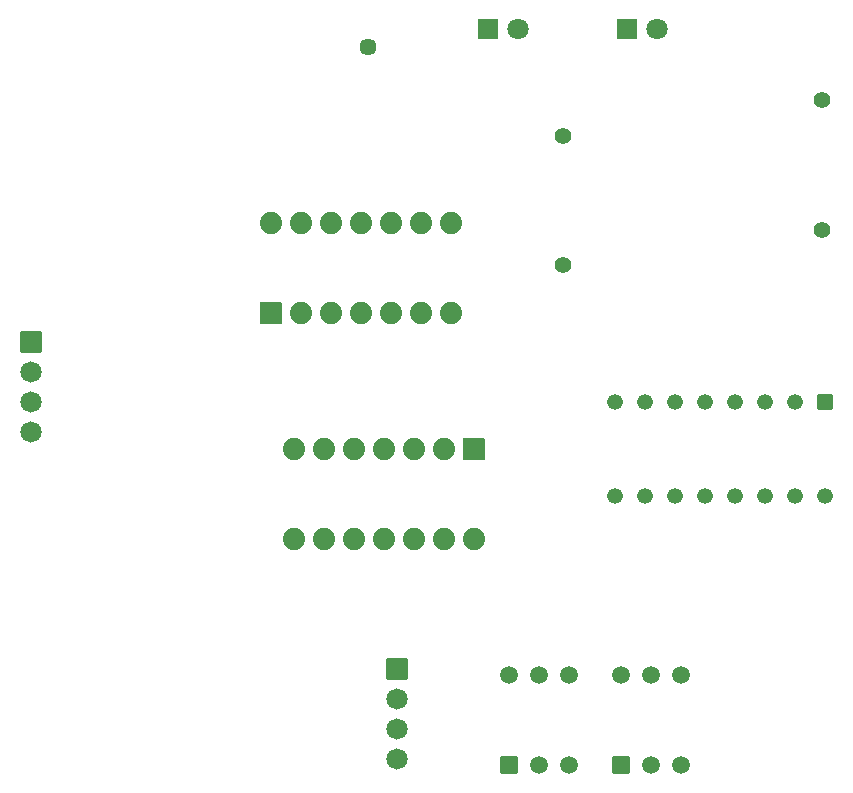
<source format=gbr>
%TF.GenerationSoftware,KiCad,Pcbnew,8.0.1*%
%TF.CreationDate,2024-07-08T16:56:34+05:30*%
%TF.ProjectId,FA,46412e6b-6963-4616-945f-706362585858,rev?*%
%TF.SameCoordinates,Original*%
%TF.FileFunction,Soldermask,Bot*%
%TF.FilePolarity,Negative*%
%FSLAX46Y46*%
G04 Gerber Fmt 4.6, Leading zero omitted, Abs format (unit mm)*
G04 Created by KiCad (PCBNEW 8.0.1) date 2024-07-08 16:56:34*
%MOMM*%
%LPD*%
G01*
G04 APERTURE LIST*
G04 Aperture macros list*
%AMRoundRect*
0 Rectangle with rounded corners*
0 $1 Rounding radius*
0 $2 $3 $4 $5 $6 $7 $8 $9 X,Y pos of 4 corners*
0 Add a 4 corners polygon primitive as box body*
4,1,4,$2,$3,$4,$5,$6,$7,$8,$9,$2,$3,0*
0 Add four circle primitives for the rounded corners*
1,1,$1+$1,$2,$3*
1,1,$1+$1,$4,$5*
1,1,$1+$1,$6,$7*
1,1,$1+$1,$8,$9*
0 Add four rect primitives between the rounded corners*
20,1,$1+$1,$2,$3,$4,$5,0*
20,1,$1+$1,$4,$5,$6,$7,0*
20,1,$1+$1,$6,$7,$8,$9,0*
20,1,$1+$1,$8,$9,$2,$3,0*%
G04 Aperture macros list end*
%ADD10RoundRect,0.102000X0.654000X-0.654000X0.654000X0.654000X-0.654000X0.654000X-0.654000X-0.654000X0*%
%ADD11C,1.512000*%
%ADD12RoundRect,0.102000X-0.802500X0.802500X-0.802500X-0.802500X0.802500X-0.802500X0.802500X0.802500X0*%
%ADD13C,1.809000*%
%ADD14RoundRect,0.102000X-0.838200X0.838200X-0.838200X-0.838200X0.838200X-0.838200X0.838200X0.838200X0*%
%ADD15C,1.880400*%
%ADD16C,1.334000*%
%ADD17RoundRect,0.102000X-0.565000X0.565000X-0.565000X-0.565000X0.565000X-0.565000X0.565000X0.565000X0*%
%ADD18RoundRect,0.102000X0.838200X-0.838200X0.838200X0.838200X-0.838200X0.838200X-0.838200X-0.838200X0*%
%ADD19C,1.404000*%
%ADD20C,1.444000*%
%ADD21R,1.800000X1.800000*%
%ADD22C,1.800000*%
G04 APERTURE END LIST*
D10*
%TO.C,S1*%
X138960000Y-139810000D03*
D11*
X138960000Y-132190000D03*
X141500000Y-139810000D03*
X141500000Y-132190000D03*
X144040000Y-132190000D03*
X144040000Y-139810000D03*
%TD*%
D12*
%TO.C,J2*%
X129500000Y-131690000D03*
D13*
X129500000Y-134230000D03*
X129500000Y-136770000D03*
X129500000Y-139310000D03*
%TD*%
D14*
%TO.C,U1*%
X136040000Y-113000000D03*
D15*
X133500000Y-113000000D03*
X130960000Y-113000000D03*
X128420000Y-113000000D03*
X125880000Y-113000000D03*
X123340000Y-113000000D03*
X120800000Y-113000000D03*
X120800000Y-120620000D03*
X123340000Y-120620000D03*
X125880000Y-120620000D03*
X128420000Y-120620000D03*
X130960000Y-120620000D03*
X133500000Y-120620000D03*
X136040000Y-120620000D03*
%TD*%
D16*
%TO.C,U4*%
X165740000Y-117000000D03*
X163200000Y-117000000D03*
X160660000Y-117000000D03*
X158120000Y-117000000D03*
X155580000Y-117000000D03*
X153040000Y-117000000D03*
X150500000Y-117000000D03*
X147960000Y-117000000D03*
X147960000Y-109060000D03*
X150500000Y-109060000D03*
X153040000Y-109060000D03*
X155580000Y-109060000D03*
X158120000Y-109060000D03*
X160660000Y-109060000D03*
X163200000Y-109060000D03*
D17*
X165740000Y-109060000D03*
%TD*%
D18*
%TO.C,U3*%
X118800000Y-101500000D03*
D15*
X121340000Y-101500000D03*
X123880000Y-101500000D03*
X126420000Y-101500000D03*
X128960000Y-101500000D03*
X131500000Y-101500000D03*
X134040000Y-101500000D03*
X134040000Y-93880000D03*
X131500000Y-93880000D03*
X128960000Y-93880000D03*
X126420000Y-93880000D03*
X123880000Y-93880000D03*
X121340000Y-93880000D03*
X118800000Y-93880000D03*
%TD*%
D10*
%TO.C,S2*%
X148460000Y-139810000D03*
D11*
X148460000Y-132190000D03*
X151000000Y-139810000D03*
X151000000Y-132190000D03*
X153540000Y-132190000D03*
X153540000Y-139810000D03*
%TD*%
D19*
%TO.C,R2*%
X165500000Y-94500000D03*
X165500000Y-83500000D03*
%TD*%
%TO.C,R1*%
X143500000Y-97500000D03*
X143500000Y-86500000D03*
%TD*%
D20*
%TO.C,J3*%
X127000000Y-79000000D03*
%TD*%
D12*
%TO.C,J1*%
X98500000Y-103960000D03*
D13*
X98500000Y-106500000D03*
X98500000Y-109040000D03*
X98500000Y-111580000D03*
%TD*%
D21*
%TO.C,D2*%
X137225000Y-77500000D03*
D22*
X139765000Y-77500000D03*
%TD*%
D21*
%TO.C,D1*%
X148960000Y-77500000D03*
D22*
X151500000Y-77500000D03*
%TD*%
M02*

</source>
